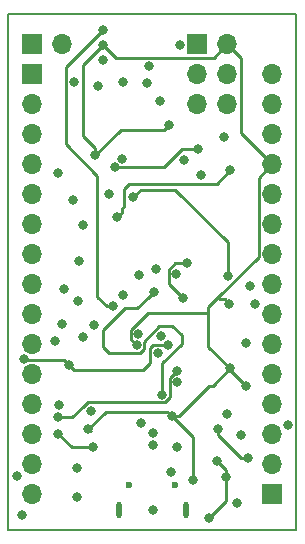
<source format=gbr>
%TF.GenerationSoftware,KiCad,Pcbnew,(5.0.2)-1*%
%TF.CreationDate,2020-12-10T22:03:50+01:00*%
%TF.ProjectId,canduino,63616e64-7569-46e6-9f2e-6b696361645f,rev?*%
%TF.SameCoordinates,Original*%
%TF.FileFunction,Copper,L2,Inr*%
%TF.FilePolarity,Positive*%
%FSLAX46Y46*%
G04 Gerber Fmt 4.6, Leading zero omitted, Abs format (unit mm)*
G04 Created by KiCad (PCBNEW (5.0.2)-1) date 10.12.2020 22:03:50*
%MOMM*%
%LPD*%
G01*
G04 APERTURE LIST*
%ADD10C,0.200000*%
%ADD11O,1.700000X1.700000*%
%ADD12R,1.700000X1.700000*%
%ADD13C,0.600000*%
%ADD14O,0.450000X1.450000*%
%ADD15C,0.800000*%
%ADD16C,0.250000*%
G04 APERTURE END LIST*
D10*
X76708000Y-63500000D02*
X101092000Y-63500000D01*
X76708000Y-107188000D02*
X76708000Y-63500000D01*
X101092000Y-107188000D02*
X76708000Y-107188000D01*
X101092000Y-63500000D02*
X101092000Y-107188000D01*
D11*
X99060000Y-68580000D03*
X99060000Y-71120000D03*
X99060000Y-73660000D03*
X99060000Y-76200000D03*
X99060000Y-78740000D03*
X99060000Y-81280000D03*
X99060000Y-83820000D03*
X99060000Y-86360000D03*
X99060000Y-88900000D03*
X99060000Y-91440000D03*
X99060000Y-93980000D03*
X99060000Y-96520000D03*
X99060000Y-99060000D03*
X99060000Y-101600000D03*
D12*
X99060000Y-104140000D03*
X78740000Y-68580000D03*
D11*
X78740000Y-71120000D03*
X78740000Y-73660000D03*
X78740000Y-76200000D03*
X78740000Y-78740000D03*
X78740000Y-81280000D03*
X78740000Y-83820000D03*
X78740000Y-86360000D03*
X78740000Y-88900000D03*
X78740000Y-91440000D03*
X78740000Y-93980000D03*
X78740000Y-96520000D03*
X78740000Y-99060000D03*
X78740000Y-101600000D03*
X78740000Y-104140000D03*
D12*
X92710000Y-66040000D03*
D11*
X95250000Y-66040000D03*
X92710000Y-68580000D03*
X95250000Y-68580000D03*
X92710000Y-71120000D03*
X95250000Y-71120000D03*
D13*
X86950000Y-103395000D03*
X90850000Y-103395000D03*
D14*
X86075000Y-105545000D03*
X91725000Y-105545000D03*
D12*
X78740000Y-66040000D03*
D11*
X81280000Y-66040000D03*
D15*
X95504000Y-76708000D03*
X85890100Y-80721200D03*
X83058000Y-81352000D03*
X85189060Y-78714600D03*
X84678520Y-67409060D03*
X82278220Y-69301360D03*
X84277200Y-69623940D03*
X86367620Y-69298820D03*
X88447880Y-69364860D03*
X89514680Y-70860920D03*
X91587320Y-75857100D03*
X94942660Y-73936860D03*
X89161620Y-85120480D03*
X80645000Y-91186000D03*
X96047560Y-104922320D03*
X88953340Y-105529380D03*
X91003120Y-94701360D03*
X81026000Y-96647000D03*
X87718900Y-90601800D03*
X83972400Y-89839800D03*
X90439240Y-102283260D03*
X82550000Y-104407500D03*
X83738720Y-97121980D03*
X95250000Y-97395500D03*
X90970100Y-100152200D03*
X96418400Y-99136200D03*
X92786200Y-74980800D03*
X85712300Y-76492100D03*
X82169000Y-79301999D03*
X84693760Y-66136520D03*
X84074000Y-75438000D03*
X90309700Y-72898000D03*
X95415100Y-88074500D03*
X87553800Y-91554300D03*
X95481140Y-93525340D03*
X96799400Y-94983300D03*
X83439000Y-98679000D03*
X90563700Y-97579180D03*
X92329000Y-102997000D03*
X82550000Y-101932500D03*
X83030010Y-90868500D03*
X81280000Y-89740500D03*
X82599998Y-87795148D03*
X93726000Y-106172000D03*
X95123000Y-102743000D03*
X94361000Y-101346000D03*
X87927729Y-98129137D03*
X89009220Y-87038180D03*
X89695020Y-95730060D03*
X89382600Y-92240100D03*
X91517382Y-87582922D03*
X91846400Y-84632800D03*
X87274400Y-79027020D03*
X95267780Y-85676740D03*
X80899000Y-97663000D03*
X97155000Y-86525100D03*
X96842580Y-91338400D03*
X90944700Y-93738700D03*
X88953340Y-99001580D03*
X88975000Y-100014234D03*
X88612980Y-67940001D03*
X91191080Y-66144140D03*
X80909160Y-76979780D03*
X77824673Y-105949190D03*
X77431900Y-102666800D03*
X86352380Y-75763120D03*
X90909140Y-85488780D03*
X90195400Y-91554300D03*
X81870174Y-93239775D03*
X77985990Y-92741463D03*
X85598000Y-88265000D03*
X84678520Y-64894460D03*
X89598500Y-90805000D03*
X93035120Y-77149960D03*
X94449900Y-98615500D03*
X97028000Y-101092000D03*
X87767160Y-85628480D03*
X82689657Y-84435519D03*
X86448900Y-87261700D03*
X81444847Y-86824567D03*
X100418900Y-98285300D03*
X97548700Y-88036400D03*
X83858100Y-100203000D03*
X80937100Y-99072700D03*
D16*
X94337039Y-77874961D02*
X95504000Y-76708000D01*
X86952137Y-77874961D02*
X94337039Y-77874961D01*
X86521459Y-78305639D02*
X86952137Y-77874961D01*
X86290099Y-80012760D02*
X86521459Y-79781400D01*
X86290099Y-80321201D02*
X86290099Y-80012760D01*
X85890100Y-80721200D02*
X86290099Y-80321201D01*
X86521459Y-79781400D02*
X86521459Y-78305639D01*
X91390618Y-74980800D02*
X92786200Y-74980800D01*
X89879318Y-76492100D02*
X91390618Y-74980800D01*
X85712300Y-76492100D02*
X89879318Y-76492100D01*
X93644720Y-91688920D02*
X93644720Y-88869520D01*
X95481140Y-93525340D02*
X93644720Y-91688920D01*
X97884999Y-77375001D02*
X99060000Y-76200000D01*
X97884999Y-84063556D02*
X97884999Y-77375001D01*
X93644720Y-88869520D02*
X93644720Y-88303835D01*
X96425001Y-67215001D02*
X95250000Y-66040000D01*
X96425001Y-73565001D02*
X96425001Y-67215001D01*
X99060000Y-76200000D02*
X96425001Y-73565001D01*
X85772241Y-67215001D02*
X84693760Y-66136520D01*
X94074999Y-67215001D02*
X85772241Y-67215001D01*
X95250000Y-66040000D02*
X94074999Y-67215001D01*
X84693760Y-66136520D02*
X83003221Y-67827059D01*
X83657440Y-98806000D02*
X83619340Y-98767900D01*
X84938819Y-97179181D02*
X83439000Y-98679000D01*
X90563700Y-97579180D02*
X90163701Y-97179181D01*
X90163701Y-97179181D02*
X84938819Y-97179181D01*
X91129385Y-97579180D02*
X93712565Y-94996000D01*
X90563700Y-97579180D02*
X91129385Y-97579180D01*
X95453200Y-93553280D02*
X95481140Y-93525340D01*
X83003221Y-73801536D02*
X83003221Y-73279000D01*
X84074000Y-74872315D02*
X83003221Y-73801536D01*
X84074000Y-75438000D02*
X84074000Y-74872315D01*
X83003221Y-67827059D02*
X83003221Y-73279000D01*
X83003221Y-73279000D02*
X83003221Y-73453159D01*
X93644720Y-88303835D02*
X93980000Y-87968555D01*
X93980000Y-87968555D02*
X94107000Y-87841555D01*
X92329000Y-99344480D02*
X90563700Y-97579180D01*
X92329000Y-102997000D02*
X92329000Y-99344480D01*
X89909701Y-73297999D02*
X90309700Y-72898000D01*
X84074000Y-75438000D02*
X86214001Y-73297999D01*
X86214001Y-73297999D02*
X89909701Y-73297999D01*
X94642456Y-87674501D02*
X94458255Y-87490300D01*
X95015101Y-87674501D02*
X94642456Y-87674501D01*
X95415100Y-88074500D02*
X95015101Y-87674501D01*
X94107000Y-87841555D02*
X94458255Y-87490300D01*
X94458255Y-87490300D02*
X97884999Y-84063556D01*
X88526178Y-88869520D02*
X93644720Y-88869520D01*
X87093899Y-90301799D02*
X88526178Y-88869520D01*
X87093899Y-91094399D02*
X87093899Y-90301799D01*
X87553800Y-91554300D02*
X87093899Y-91094399D01*
X94010480Y-94996000D02*
X95481140Y-93525340D01*
X93712565Y-94996000D02*
X94010480Y-94996000D01*
X95481140Y-93665040D02*
X96799400Y-94983300D01*
X95481140Y-93525340D02*
X95481140Y-93665040D01*
X95123000Y-104775000D02*
X95123000Y-102743000D01*
X93726000Y-106172000D02*
X95123000Y-104775000D01*
X95123000Y-102108000D02*
X94361000Y-101346000D01*
X95123000Y-102743000D02*
X95123000Y-102108000D01*
X89009220Y-87038180D02*
X88937992Y-86966952D01*
X87630446Y-88416954D02*
X88609221Y-87438179D01*
X84722212Y-91707212D02*
X84722212Y-90247106D01*
X85194301Y-92179301D02*
X84722212Y-91707212D01*
X87853801Y-92179301D02*
X85194301Y-92179301D01*
X88178801Y-91854301D02*
X87853801Y-92179301D01*
X84722212Y-90247106D02*
X86552364Y-88416954D01*
X88178801Y-91259499D02*
X88178801Y-91854301D01*
X89695020Y-95730060D02*
X89695020Y-93089582D01*
X89695020Y-93089582D02*
X91359821Y-91424781D01*
X88609221Y-87438179D02*
X89009220Y-87038180D01*
X91359821Y-91424781D02*
X91359821Y-90728779D01*
X91359821Y-90728779D02*
X90584796Y-89953754D01*
X90584796Y-89953754D02*
X89484546Y-89953754D01*
X86552364Y-88416954D02*
X87630446Y-88416954D01*
X89484546Y-89953754D02*
X88178801Y-91259499D01*
X91280715Y-84632800D02*
X91846400Y-84632800D01*
X90840118Y-84632800D02*
X91280715Y-84632800D01*
X90284139Y-85188779D02*
X90840118Y-84632800D01*
X90284139Y-86349679D02*
X90284139Y-85188779D01*
X91517382Y-87582922D02*
X90284139Y-86349679D01*
X82124698Y-97663000D02*
X83185000Y-96602698D01*
X80899000Y-97663000D02*
X82124698Y-97663000D01*
X83026398Y-96761300D02*
X83185000Y-96602698D01*
X95267780Y-85111055D02*
X95267780Y-85676740D01*
X95267780Y-82808638D02*
X95267780Y-85111055D01*
X90851001Y-78391859D02*
X95267780Y-82808638D01*
X87909561Y-78391859D02*
X90851001Y-78391859D01*
X87274400Y-79027020D02*
X87909561Y-78391859D01*
X90544701Y-94138699D02*
X90944700Y-93738700D01*
X90378119Y-94305281D02*
X90544701Y-94138699D01*
X90378119Y-95971963D02*
X90378119Y-94305281D01*
X89995021Y-96355061D02*
X90378119Y-95971963D01*
X83432637Y-96355061D02*
X89995021Y-96355061D01*
X83185000Y-96602698D02*
X83432637Y-96355061D01*
X90909140Y-85488780D02*
X90985340Y-85488780D01*
X90909140Y-85488780D02*
X91076780Y-85488780D01*
X78049526Y-92804999D02*
X77985990Y-92741463D01*
X81435398Y-92804999D02*
X78049526Y-92804999D01*
X81870174Y-93239775D02*
X81435398Y-92804999D01*
X82270173Y-93639774D02*
X88122626Y-93639774D01*
X81870174Y-93239775D02*
X82270173Y-93639774D01*
X88122626Y-93639774D02*
X88696800Y-93065600D01*
X88696800Y-93065600D02*
X88696800Y-91805810D01*
X88948310Y-91554300D02*
X90195400Y-91554300D01*
X88696800Y-91805810D02*
X88948310Y-91554300D01*
X81553219Y-74510921D02*
X81553219Y-68019761D01*
X81553219Y-68019761D02*
X84678520Y-64894460D01*
X84231480Y-77189182D02*
X81553219Y-74510921D01*
X84231480Y-87464165D02*
X84231480Y-87249000D01*
X85032315Y-88265000D02*
X84231480Y-87464165D01*
X85598000Y-88265000D02*
X85032315Y-88265000D01*
X84231480Y-87249000D02*
X84231480Y-77189182D01*
X96335315Y-101092000D02*
X96462315Y-101092000D01*
X96462315Y-101092000D02*
X97028000Y-101092000D01*
X96360715Y-101092000D02*
X96462315Y-101092000D01*
X94449900Y-99181185D02*
X96360715Y-101092000D01*
X94449900Y-98615500D02*
X94449900Y-99181185D01*
X82067400Y-100203000D02*
X83858100Y-100203000D01*
X80937100Y-99072700D02*
X82067400Y-100203000D01*
M02*

</source>
